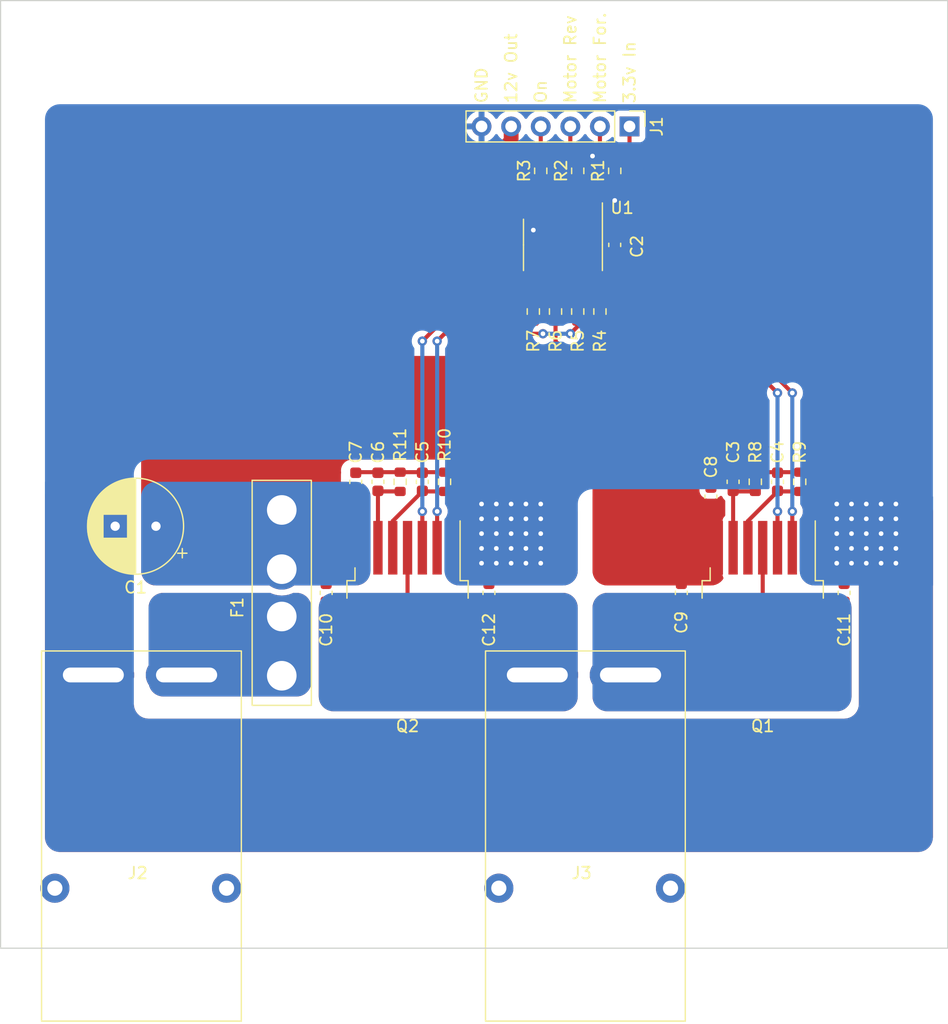
<source format=kicad_pcb>
(kicad_pcb (version 20211014) (generator pcbnew)
  (layers (0 "F.Cu" signal) (31 "B.Cu" signal) (34 "B.Paste" user) (35 "F.Paste" user) (36 "B.SilkS" user "B.Silkscreen") (37 "F.SilkS" user "F.Silkscreen") (38 "B.Mask" user) (39 "F.Mask" user) (44 "Edge.Cuts" user))
  (net 0 "")
  (net 1 "+12V")
  (net 2 "GND")
  (net 3 "+3.3V")
  (net 4 "12V_UNFUSED")
  (net 5 "BACKWARD_MOTOR")
  (net 6 "FOREWARD_MOTOR")
  (net 7 "ON")
  (net 8 "MOTOR_A")
  (net 9 "MOTOR_B")
  (net 10 "IN_A")
  (net 11 "INH_A")
  (net 12 "IN_B")
  (net 13 "INH_B")
  (net 22 "Net-(R4-Pad2)")
  (net 23 "Net-(R5-Pad2)")
  (net 24 "Net-(R6-Pad2)")
  (net 25 "Net-(R7-Pad2)")
  (net 26 "Net-(C3-Pad1)")
  (net 27 "Net-(C4-Pad1)")
  (net 28 "Net-(C5-Pad1)")
  (net 29 "Net-(C6-Pad1)")
  (footprint "Capacitor_SMD:C_0603_1608Metric" (layer "F.Cu") (at 125.73 85.09 90)
    (fp_text reference "C11" (at -3.175 0 90) (layer "F.SilkS"))
    (fp_text value "220nF")
    (pad "1" smd roundrect (at -0.775 0 90) (size 0.9 0.95) (layers "F.Cu" "F.Paste" "F.Mask") (net 8 "MOTOR_A"))
    (pad "2" smd roundrect (at 0.775 0 90) (size 0.9 0.95) (layers "F.Cu" "F.Paste" "F.Mask") (net 2 "GND"))
  )
  (footprint "Resistor_SMD:R_0603_1608Metric" (layer "F.Cu") (at 102.87 48.895 90)
    (fp_text reference "R2" (at 0 -1.43 90) (layer "F.SilkS"))
    (fp_text value "1k")
    (pad "1" smd roundrect (at -0.825 0 90) (size 0.8 0.95) (layers "F.Cu" "F.Paste" "F.Mask") (net 2 "GND"))
    (pad "2" smd roundrect (at 0.825 0 90) (size 0.8 0.95) (layers "F.Cu" "F.Paste" "F.Mask") (net 5 "BACKWARD_MOTOR"))
  )
  (footprint "Resistor_SMD:R_0603_1608Metric" (layer "F.Cu") (at 99.06 60.96 90)
    (fp_text reference "R7" (at -2.54 0 90) (layer "F.SilkS"))
    (fp_text value "10k")
    (pad "1" smd roundrect (at -0.825 0 90) (size 0.8 0.95) (layers "F.Cu" "F.Paste" "F.Mask") (net 13 "INH_B"))
    (pad "2" smd roundrect (at 0.825 0 90) (size 0.8 0.95) (layers "F.Cu" "F.Paste" "F.Mask") (net 25 "Net-(R7-Pad2)"))
  )
  (footprint "Connector_PinHeader_2.54mm:PinHeader_1x06_P2.54mm_Vertical" (layer "F.Cu") (at 107.315 45.085 -90)
    (fp_text reference "J1" (at 0 -2.33 90) (layer "F.SilkS"))
    (fp_text value "Conn_01x06_Male")
    (pad "1" thru_hole rect (at 0 0 270) (size 1.7 1.7) (drill 1) (layers *.Cu *.Mask) (net 3 "+3.3V"))
    (pad "2" thru_hole oval (at 0 2.54 270) (size 1.7 1.7) (drill 1) (layers *.Cu *.Mask) (net 6 "FOREWARD_MOTOR"))
    (pad "3" thru_hole oval (at 0 5.08 270) (size 1.7 1.7) (drill 1) (layers *.Cu *.Mask) (net 5 "BACKWARD_MOTOR"))
    (pad "4" thru_hole oval (at 0 7.62 270) (size 1.7 1.7) (drill 1) (layers *.Cu *.Mask) (net 7 "ON"))
    (pad "5" thru_hole oval (at 0 10.16 270) (size 1.7 1.7) (drill 1) (layers *.Cu *.Mask) (net 1 "+12V"))
    (pad "6" thru_hole oval (at 0 12.7 270) (size 1.7 1.7) (drill 1) (layers *.Cu *.Mask) (net 2 "GND"))
  )
  (footprint "Capacitor_SMD:C_0603_1608Metric" (layer "F.Cu") (at 111.76 85.09 -90)
    (fp_text reference "C9" (at 2.54 0 -90) (layer "F.SilkS"))
    (fp_text value "220nF")
    (pad "1" smd roundrect (at -0.775 0 270) (size 0.9 0.95) (layers "F.Cu" "F.Paste" "F.Mask") (net 1 "+12V"))
    (pad "2" smd roundrect (at 0.775 0 270) (size 0.9 0.95) (layers "F.Cu" "F.Paste" "F.Mask") (net 8 "MOTOR_A"))
  )
  (footprint "Package_TO_SOT_SMD:TO-263-7_TabPin8" (layer "F.Cu") (at 88.265 86.995 -90)
    (fp_text reference "Q2" (at 9.525 0 180) (layer "F.SilkS"))
    (fp_text value "BTN8962TA")
    (pad "1" smd rect (at -5.775 -3.81 270) (size 4.6 0.8) (layers "F.Cu" "F.Paste" "F.Mask") (net 2 "GND"))
    (pad "2" smd rect (at -5.775 -2.54 270) (size 4.6 0.8) (layers "F.Cu" "F.Paste" "F.Mask") (net 12 "IN_B"))
    (pad "3" smd rect (at -5.775 -1.27 270) (size 4.6 0.8) (layers "F.Cu" "F.Paste" "F.Mask") (net 13 "INH_B"))
    (pad "4" smd rect (at -5.775 0 270) (size 4.6 0.8) (layers "F.Cu" "F.Paste" "F.Mask") (net 9 "MOTOR_B"))
    (pad "5" smd rect (at -5.775 1.27 270) (size 4.6 0.8) (layers "F.Cu" "F.Paste" "F.Mask") (net 28 "Net-(C5-Pad1)"))
    (pad "6" smd rect (at -5.775 2.54 270) (size 4.6 0.8) (layers "F.Cu" "F.Paste" "F.Mask") (net 29 "Net-(C6-Pad1)"))
    (pad "7" smd rect (at -5.775 3.81 270) (size 4.6 0.8) (layers "F.Cu" "F.Paste" "F.Mask") (net 1 "+12V"))
    (pad "8" smd rect (at 3.375 0 270) (size 9.4 10.8) (layers "F.Cu" "F.Mask") (net 9 "MOTOR_B"))
  )
  (footprint "Capacitor_SMD:C_0603_1608Metric" (layer "F.Cu") (at 116.205 75.565 90)
    (fp_text reference "C3" (at 2.54 0 90) (layer "F.SilkS"))
    (fp_text value "1nF")
    (pad "1" smd roundrect (at -0.775 0 90) (size 0.9 0.95) (layers "F.Cu" "F.Paste" "F.Mask") (net 26 "Net-(C3-Pad1)"))
    (pad "2" smd roundrect (at 0.775 0 90) (size 0.9 0.95) (layers "F.Cu" "F.Paste" "F.Mask") (net 2 "GND"))
  )
  (footprint "01-rickbassham:PP45-SHORT" (layer "F.Cu") (at 72.731 121.825 180)
    (fp_text reference "J2" (at 7.62 12.7 unlocked) (layer "F.SilkS"))
    (fp_text value "PP45-OFFSET")
    (pad "" thru_hole circle (at 14.732 11.402 180) (size 2.5 2.5) (drill 1.3) (layers *.Cu *.Mask))
    (pad "" thru_hole circle (at 0 11.402 180) (size 2.5 2.5) (drill 1.3) (layers *.Cu *.Mask))
    (pad "1" thru_hole oval (at 3.429 29.69 180) (size 7 3) (drill oval 5.25 1.27) (layers *.Cu *.Mask) (net 4 "12V_UNFUSED"))
    (pad "2" thru_hole oval (at 11.43 29.69 180) (size 7 3) (drill oval 5.23 1.27) (layers *.Cu *.Mask) (net 2 "GND"))
  )
  (footprint "Resistor_SMD:R_0603_1608Metric" (layer "F.Cu") (at 87.63 75.565 90)
    (fp_text reference "R11" (at 3.175 0 90) (layer "F.SilkS"))
    (fp_text value "1k")
    (pad "1" smd roundrect (at -0.825 0 90) (size 0.8 0.95) (layers "F.Cu" "F.Paste" "F.Mask") (net 29 "Net-(C6-Pad1)"))
    (pad "2" smd roundrect (at 0.825 0 90) (size 0.8 0.95) (layers "F.Cu" "F.Paste" "F.Mask") (net 2 "GND"))
  )
  (footprint "Capacitor_SMD:C_0603_1608Metric" (layer "F.Cu") (at 120.015 75.565 90)
    (fp_text reference "C4" (at 2.54 0 90) (layer "F.SilkS"))
    (fp_text value "100nF")
    (pad "1" smd roundrect (at -0.775 0 90) (size 0.9 0.95) (layers "F.Cu" "F.Paste" "F.Mask") (net 27 "Net-(C4-Pad1)"))
    (pad "2" smd roundrect (at 0.775 0 90) (size 0.9 0.95) (layers "F.Cu" "F.Paste" "F.Mask") (net 2 "GND"))
  )
  (footprint "Resistor_SMD:R_0603_1608Metric" (layer "F.Cu") (at 121.92 75.565 90)
    (fp_text reference "R9" (at 2.54 0 90) (layer "F.SilkS"))
    (fp_text value "0.51k")
    (pad "1" smd roundrect (at -0.825 0 90) (size 0.8 0.95) (layers "F.Cu" "F.Paste" "F.Mask") (net 27 "Net-(C4-Pad1)"))
    (pad "2" smd roundrect (at 0.825 0 90) (size 0.8 0.95) (layers "F.Cu" "F.Paste" "F.Mask") (net 2 "GND"))
  )
  (footprint "Capacitor_SMD:C_0603_1608Metric" (layer "F.Cu") (at 95.25 85.09 90)
    (fp_text reference "C12" (at -3.175 0 90) (layer "F.SilkS"))
    (fp_text value "220nF")
    (pad "1" smd roundrect (at -0.775 0 90) (size 0.9 0.95) (layers "F.Cu" "F.Paste" "F.Mask") (net 9 "MOTOR_B"))
    (pad "2" smd roundrect (at 0.775 0 90) (size 0.9 0.95) (layers "F.Cu" "F.Paste" "F.Mask") (net 2 "GND"))
  )
  (footprint "Resistor_SMD:R_0603_1608Metric" (layer "F.Cu") (at 104.775 60.96 90)
    (fp_text reference "R4" (at -2.54 0 90) (layer "F.SilkS"))
    (fp_text value "10k")
    (pad "1" smd roundrect (at -0.825 0 90) (size 0.8 0.95) (layers "F.Cu" "F.Paste" "F.Mask") (net 10 "IN_A"))
    (pad "2" smd roundrect (at 0.825 0 90) (size 0.8 0.95) (layers "F.Cu" "F.Paste" "F.Mask") (net 22 "Net-(R4-Pad2)"))
  )
  (footprint "Capacitor_SMD:C_0603_1608Metric" (layer "F.Cu") (at 89.535 75.565 90)
    (fp_text reference "C5" (at 2.54 0 90) (layer "F.SilkS"))
    (fp_text value "100nF")
    (pad "1" smd roundrect (at -0.775 0 90) (size 0.9 0.95) (layers "F.Cu" "F.Paste" "F.Mask") (net 28 "Net-(C5-Pad1)"))
    (pad "2" smd roundrect (at 0.775 0 90) (size 0.9 0.95) (layers "F.Cu" "F.Paste" "F.Mask") (net 2 "GND"))
  )
  (footprint "Capacitor_THT:CP_Radial_D8.0mm_P3.50mm" (layer "F.Cu") (at 66.675 79.375 180)
    (fp_text reference "C1" (at 1.75 -5.25) (layer "F.SilkS"))
    (fp_text value "470uF")
    (pad "1" thru_hole rect (at 0 0 180) (size 1.6 1.6) (drill 0.8) (layers *.Cu *.Mask) (net 1 "+12V"))
    (pad "2" thru_hole circle (at 3.5 0 180) (size 1.6 1.6) (drill 0.8) (layers *.Cu *.Mask) (net 2 "GND"))
  )
  (footprint "Package_TO_SOT_SMD:TO-263-7_TabPin8" (layer "F.Cu") (at 118.745 86.995 -90)
    (fp_text reference "Q1" (at 9.525 0 180) (layer "F.SilkS"))
    (fp_text value "BTN8962TA")
    (pad "1" smd rect (at -5.775 -3.81 270) (size 4.6 0.8) (layers "F.Cu" "F.Paste" "F.Mask") (net 2 "GND"))
    (pad "2" smd rect (at -5.775 -2.54 270) (size 4.6 0.8) (layers "F.Cu" "F.Paste" "F.Mask") (net 10 "IN_A"))
    (pad "3" smd rect (at -5.775 -1.27 270) (size 4.6 0.8) (layers "F.Cu" "F.Paste" "F.Mask") (net 11 "INH_A"))
    (pad "4" smd rect (at -5.775 0 270) (size 4.6 0.8) (layers "F.Cu" "F.Paste" "F.Mask") (net 8 "MOTOR_A"))
    (pad "5" smd rect (at -5.775 1.27 270) (size 4.6 0.8) (layers "F.Cu" "F.Paste" "F.Mask") (net 27 "Net-(C4-Pad1)"))
    (pad "6" smd rect (at -5.775 2.54 270) (size 4.6 0.8) (layers "F.Cu" "F.Paste" "F.Mask") (net 26 "Net-(C3-Pad1)"))
    (pad "7" smd rect (at -5.775 3.81 270) (size 4.6 0.8) (layers "F.Cu" "F.Paste" "F.Mask") (net 1 "+12V"))
    (pad "8" smd rect (at 3.375 0 270) (size 9.4 10.8) (layers "F.Cu" "F.Mask") (net 8 "MOTOR_A"))
  )
  (footprint "Capacitor_SMD:C_0603_1608Metric" (layer "F.Cu") (at 81.28 85.09 -90)
    (fp_text reference "C10" (at 3.175 0 -90) (layer "F.SilkS"))
    (fp_text value "220nF")
    (pad "1" smd roundrect (at -0.775 0 270) (size 0.9 0.95) (layers "F.Cu" "F.Paste" "F.Mask") (net 1 "+12V"))
    (pad "2" smd roundrect (at 0.775 0 270) (size 0.9 0.95) (layers "F.Cu" "F.Paste" "F.Mask") (net 9 "MOTOR_B"))
  )
  (footprint "Package_SO:TSSOP-20_4.4x6.5mm_P0.65mm" (layer "F.Cu") (at 101.6 55.245 -90)
    (fp_text reference "U1" (at -3.175 -5.08 180) (layer "F.SilkS"))
    (fp_text value "SN74AHC244PWR")
    (pad "1" smd roundrect (at -2.8625 -2.925 270) (size 1.475 0.4) (layers "F.Cu" "F.Paste" "F.Mask") (net 2 "GND"))
    (pad "2" smd roundrect (at -2.8625 -2.275 270) (size 1.475 0.4) (layers "F.Cu" "F.Paste" "F.Mask") (net 6 "FOREWARD_MOTOR"))
    (pad "3" smd roundrect (at -2.8625 -1.625 270) (size 1.475 0.4) (layers "F.Cu" "F.Paste" "F.Mask"))
    (pad "4" smd roundrect (at -2.8625 -0.975 270) (size 1.475 0.4) (layers "F.Cu" "F.Paste" "F.Mask") (net 5 "BACKWARD_MOTOR"))
    (pad "5" smd roundrect (at -2.8625 -0.325 270) (size 1.475 0.4) (layers "F.Cu" "F.Paste" "F.Mask"))
    (pad "6" smd roundrect (at -2.8625 0.325 270) (size 1.475 0.4) (layers "F.Cu" "F.Paste" "F.Mask") (net 7 "ON"))
    (pad "7" smd roundrect (at -2.8625 0.975 270) (size 1.475 0.4) (layers "F.Cu" "F.Paste" "F.Mask"))
    (pad "8" smd roundrect (at -2.8625 1.625 270) (size 1.475 0.4) (layers "F.Cu" "F.Paste" "F.Mask") (net 7 "ON"))
    (pad "9" smd roundrect (at -2.8625 2.275 270) (size 1.475 0.4) (layers "F.Cu" "F.Paste" "F.Mask"))
    (pad "10" smd roundrect (at -2.8625 2.925 270) (size 1.475 0.4) (layers "F.Cu" "F.Paste" "F.Mask") (net 2 "GND"))
    (pad "11" smd roundrect (at 2.8625 2.925 270) (size 1.475 0.4) (layers "F.Cu" "F.Paste" "F.Mask"))
    (pad "12" smd roundrect (at 2.8625 2.275 270) (size 1.475 0.4) (layers "F.Cu" "F.Paste" "F.Mask") (net 25 "Net-(R7-Pad2)"))
    (pad "13" smd roundrect (at 2.8625 1.625 270) (size 1.475 0.4) (layers "F.Cu" "F.Paste" "F.Mask"))
    (pad "14" smd roundrect (at 2.8625 0.975 270) (size 1.475 0.4) (layers "F.Cu" "F.Paste" "F.Mask") (net 24 "Net-(R6-Pad2)"))
    (pad "15" smd roundrect (at 2.8625 0.325 270) (size 1.475 0.4) (layers "F.Cu" "F.Paste" "F.Mask"))
    (pad "16" smd roundrect (at 2.8625 -0.325 270) (size 1.475 0.4) (layers "F.Cu" "F.Paste" "F.Mask") (net 23 "Net-(R5-Pad2)"))
    (pad "17" smd roundrect (at 2.8625 -0.975 270) (size 1.475 0.4) (layers "F.Cu" "F.Paste" "F.Mask"))
    (pad "18" smd roundrect (at 2.8625 -1.625 270) (size 1.475 0.4) (layers "F.Cu" "F.Paste" "F.Mask") (net 22 "Net-(R4-Pad2)"))
    (pad "19" smd roundrect (at 2.8625 -2.275 270) (size 1.475 0.4) (layers "F.Cu" "F.Paste" "F.Mask") (net 2 "GND"))
    (pad "20" smd roundrect (at 2.8625 -2.925 270) (size 1.475 0.4) (layers "F.Cu" "F.Paste" "F.Mask") (net 3 "+3.3V"))
  )
  (footprint "Resistor_SMD:R_0603_1608Metric" (layer "F.Cu") (at 118.11 75.565 90)
    (fp_text reference "R8" (at 2.54 0 90) (layer "F.SilkS"))
    (fp_text value "1k")
    (pad "1" smd roundrect (at -0.825 0 90) (size 0.8 0.95) (layers "F.Cu" "F.Paste" "F.Mask") (net 26 "Net-(C3-Pad1)"))
    (pad "2" smd roundrect (at 0.825 0 90) (size 0.8 0.95) (layers "F.Cu" "F.Paste" "F.Mask") (net 2 "GND"))
  )
  (footprint "Capacitor_SMD:C_0603_1608Metric" (layer "F.Cu") (at 106.045 55.245 90)
    (fp_text reference "C2" (at -0.14058 1.905 90) (layer "F.SilkS"))
    (fp_text value "100pF")
    (pad "1" smd roundrect (at -0.775 0 90) (size 0.9 0.95) (layers "F.Cu" "F.Paste" "F.Mask") (net 3 "+3.3V"))
    (pad "2" smd roundrect (at 0.775 0 90) (size 0.9 0.95) (layers "F.Cu" "F.Paste" "F.Mask") (net 2 "GND"))
  )
  (footprint "Capacitor_SMD:C_0603_1608Metric" (layer "F.Cu") (at 85.725 75.565 90)
    (fp_text reference "C6" (at 2.54 0 90) (layer "F.SilkS"))
    (fp_text value "1nF")
    (pad "1" smd roundrect (at -0.775 0 90) (size 0.9 0.95) (layers "F.Cu" "F.Paste" "F.Mask") (net 29 "Net-(C6-Pad1)"))
    (pad "2" smd roundrect (at 0.775 0 90) (size 0.9 0.95) (layers "F.Cu" "F.Paste" "F.Mask") (net 2 "GND"))
  )
  (footprint "Resistor_SMD:R_0603_1608Metric" (layer "F.Cu") (at 106.045 48.895 90)
    (fp_text reference "R1" (at 0 -1.43 90) (layer "F.SilkS"))
    (fp_text value "1k")
    (pad "1" smd roundrect (at -0.825 0 90) (size 0.8 0.95) (layers "F.Cu" "F.Paste" "F.Mask") (net 2 "GND"))
    (pad "2" smd roundrect (at 0.825 0 90) (size 0.8 0.95) (layers "F.Cu" "F.Paste" "F.Mask") (net 6 "FOREWARD_MOTOR"))
  )
  (footprint "01-rickbassham:Keystone 3522-2 Fuse Holder" (layer "F.Cu") (at 77.47 83.06 90)
    (fp_text reference "F1" (at -3.3 -3.81 90 unlocked) (layer "F.SilkS"))
    (fp_text value "Fuse")
    (pad "1" thru_hole circle (at -4.06 0 90) (size 3.5 3.5) (drill 2.54) (layers *.Cu *.Mask) (net 4 "12V_UNFUSED"))
    (pad "1" thru_hole circle (at -9.14 0 90) (size 3.5 3.5) (drill 2.54) (layers *.Cu *.Mask) (net 4 "12V_UNFUSED"))
    (pad "2" thru_hole circle (at 5.08 0 90) (size 3.5 3.5) (drill 2.54) (layers *.Cu *.Mask) (net 1 "+12V"))
    (pad "2" thru_hole circle (at 0 0 90) (size 3.5 3.5) (drill 2.54) (layers *.Cu *.Mask) (net 1 "+12V"))
  )
  (footprint "Capacitor_SMD:C_0603_1608Metric" (layer "F.Cu") (at 83.82 75.565 90)
    (fp_text reference "C7" (at 2.54 0 90) (layer "F.SilkS"))
    (fp_text value "100nF")
    (pad "1" smd roundrect (at -0.775 0 90) (size 0.9 0.95) (layers "F.Cu" "F.Paste" "F.Mask") (net 1 "+12V"))
    (pad "2" smd roundrect (at 0.775 0 90) (size 0.9 0.95) (layers "F.Cu" "F.Paste" "F.Mask") (net 2 "GND"))
  )
  (footprint "Resistor_SMD:R_0603_1608Metric" (layer "F.Cu") (at 91.44 75.565 90)
    (fp_text reference "R10" (at 3.175 0 90) (layer "F.SilkS"))
    (fp_text value "0.51k")
    (pad "1" smd roundrect (at -0.825 0 90) (size 0.8 0.95) (layers "F.Cu" "F.Paste" "F.Mask") (net 28 "Net-(C5-Pad1)"))
    (pad "2" smd roundrect (at 0.825 0 90) (size 0.8 0.95) (layers "F.Cu" "F.Paste" "F.Mask") (net 2 "GND"))
  )
  (footprint "Resistor_SMD:R_0603_1608Metric" (layer "F.Cu") (at 100.965 60.96 90)
    (fp_text reference "R6" (at -2.54 0 90) (layer "F.SilkS"))
    (fp_text value "10k")
    (pad "1" smd roundrect (at -0.825 0 90) (size 0.8 0.95) (layers "F.Cu" "F.Paste" "F.Mask") (net 11 "INH_A"))
    (pad "2" smd roundrect (at 0.825 0 90) (size 0.8 0.95) (layers "F.Cu" "F.Paste" "F.Mask") (net 24 "Net-(R6-Pad2)"))
  )
  (footprint "01-rickbassham:PP45-SHORT" (layer "F.Cu") (at 110.831 121.825 180)
    (fp_text reference "J3" (at 7.62 12.7 unlocked) (layer "F.SilkS"))
    (fp_text value "PP45-OFFSET")
    (pad "" thru_hole circle (at 0 11.402 180) (size 2.5 2.5) (drill 1.3) (layers *.Cu *.Mask))
    (pad "" thru_hole circle (at 14.732 11.402 180) (size 2.5 2.5) (drill 1.3) (layers *.Cu *.Mask))
    (pad "1" thru_hole oval (at 3.429 29.69 180) (size 7 3) (drill oval 5.25 1.27) (layers *.Cu *.Mask) (net 8 "MOTOR_A"))
    (pad "2" thru_hole oval (at 11.43 29.69 180) (size 7 3) (drill oval 5.23 1.27) (layers *.Cu *.Mask) (net 9 "MOTOR_B"))
  )
  (footprint "Capacitor_SMD:C_0603_1608Metric" (layer "F.Cu") (at 114.3 76.835 90)
    (fp_text reference "C8" (at 2.54 0 90) (layer "F.SilkS"))
    (fp_text value "100nF")
    (pad "1" smd roundrect (at -0.775 0 90) (size 0.9 0.95) (layers "F.Cu" "F.Paste" "F.Mask") (net 1 "+12V"))
    (pad "2" smd roundrect (at 0.775 0 90) (size 0.9 0.95) (layers "F.Cu" "F.Paste" "F.Mask") (net 2 "GND"))
  )
  (footprint "Resistor_SMD:R_0603_1608Metric" (layer "F.Cu") (at 99.695 48.895 90)
    (fp_text reference "R3" (at 0 -1.43 90) (layer "F.SilkS"))
    (fp_text value "1k")
    (pad "1" smd roundrect (at -0.825 0 90) (size 0.8 0.95) (layers "F.Cu" "F.Paste" "F.Mask") (net 2 "GND"))
    (pad "2" smd roundrect (at 0.825 0 90) (size 0.8 0.95) (layers "F.Cu" "F.Paste" "F.Mask") (net 7 "ON"))
  )
  (footprint "Resistor_SMD:R_0603_1608Metric" (layer "F.Cu") (at 102.87 60.96 90)
    (fp_text reference "R5" (at -2.54 0 90) (layer "F.SilkS"))
    (fp_text value "10k")
    (pad "1" smd roundrect (at -0.825 0 90) (size 0.8 0.95) (layers "F.Cu" "F.Paste" "F.Mask") (net 12 "IN_B"))
    (pad "2" smd roundrect (at 0.825 0 90) (size 0.8 0.95) (layers "F.Cu" "F.Paste" "F.Mask") (net 23 "Net-(R5-Pad2)"))
  )
  (gr_rect (start 53.34 34.29) (end 134.62 115.57) (layer "Edge.Cuts") (width 0.1) (fill none))
  (gr_text "Motor Rev" (at 102.235 43.18 90) (layer "F.SilkS") (effects (font (size 1 1)) (justify left)))
  (gr_text "GND" (at 94.615 43.18 90) (layer "F.SilkS") (effects (font (size 1 1)) (justify left)))
  (gr_text "On" (at 99.695 43.18 90) (layer "F.SilkS") (effects (font (size 1 1)) (justify left)))
  (gr_text "3.3v In" (at 107.315 43.18 90) (layer "F.SilkS") (effects (font (size 1 1)) (justify left)))
  (gr_text "12v Out" (at 97.155 43.18 90) (layer "F.SilkS") (effects (font (size 1 1)) (justify left)))
  (gr_text "Motor For." (at 104.775 43.18 90) (layer "F.SilkS") (effects (font (size 1 1)) (justify left)))
  (segment (start 97.155 46.355) (end 97.155 45.085) (width 1.27) (layer "F.Cu") (net 1))
  (segment (start 66.675 76.835) (end 97.155 46.355) (width 1.27) (layer "F.Cu") (net 1))
  (segment (start 66.675 79.375) (end 66.675 76.835) (width 1.27) (layer "F.Cu") (net 1))
  (segment (start 106.045 49.72) (end 106.045 51.435) (width 0.35) (layer "F.Cu") (net 2))
  (segment (start 104.525 52.3825) (end 104.525 52.95) (width 0.35) (layer "F.Cu") (net 2))
  (segment (start 85.725 74.74) (end 83.82 74.74) (width 0.35) (layer "F.Cu") (net 2))
  (segment (start 104.14 47.625) (end 104.14 48.45) (width 0.35) (layer "F.Cu") (net 2))
  (segment (start 98.675 52.3825) (end 98.675 53.59) (width 0.35) (layer "F.Cu") (net 2))
  (segment (start 116.205 74.74) (end 115.57 74.74) (width 0.35) (layer "F.Cu") (net 2))
  (segment (start 92.28952 75.58952) (end 92.28952 81.00548) (width 0.35) (layer "F.Cu") (net 2))
  (segment (start 98.675 52.3825) (end 98.675 50.74) (width 0.35) (layer "F.Cu") (net 2))
  (segment (start 98.675 50.74) (end 99.695 49.72) (width 0.35) (layer "F.Cu") (net 2))
  (segment (start 104.525 52.95) (end 106.045 54.47) (width 0.35) (layer "F.Cu") (net 2))
  (segment (start 121.92 74.74) (end 122.76952 75.58952) (width 0.35) (layer "F.Cu") (net 2))
  (segment (start 98.675 53.59) (end 99.06 53.975) (width 0.35) (layer "F.Cu") (net 2))
  (segment (start 92.28952 81.00548) (end 92.075 81.22) (width 0.35) (layer "F.Cu") (net 2))
  (segment (start 91.44 74.74) (end 92.28952 75.58952) (width 0.35) (layer "F.Cu") (net 2))
  (segment (start 122.76952 81.00548) (end 122.555 81.22) (width 0.35) (layer "F.Cu") (net 2))
  (segment (start 104.14 48.45) (end 102.87 49.72) (width 0.35) (layer "F.Cu") (net 2))
  (segment (start 115.57 74.74) (end 114.3 76.01) (width 0.35) (layer "F.Cu") (net 2))
  (segment (start 91.44 74.74) (end 89.535 74.74) (width 0.35) (layer "F.Cu") (net 2))
  (segment (start 120.015 74.74) (end 118.11 74.74) (width 0.35) (layer "F.Cu") (net 2))
  (segment (start 87.63 74.74) (end 85.725 74.74) (width 0.35) (layer "F.Cu") (net 2))
  (segment (start 122.76952 75.58952) (end 122.76952 81.00548) (width 0.35) (layer "F.Cu") (net 2))
  (segment (start 106.045 51.435) (end 105.4725 51.435) (width 0.35) (layer "F.Cu") (net 2))
  (segment (start 121.92 74.74) (end 120.015 74.74) (width 0.35) (layer "F.Cu") (net 2))
  (segment (start 103.875 58.1075) (end 103.875 56.64) (width 0.35) (layer "F.Cu") (net 2))
  (segment (start 89.535 74.74) (end 87.63 74.74) (width 0.35) (layer "F.Cu") (net 2))
  (segment (start 103.875 56.64) (end 106.045 54.47) (width 0.35) (layer "F.Cu") (net 2))
  (segment (start 118.11 74.74) (end 116.205 74.74) (width 0.35) (layer "F.Cu") (net 2))
  (segment (start 105.4725 51.435) (end 104.525 52.3825) (width 0.35) (layer "F.Cu") (net 2))
  (via (at 95.885 77.47) (size 0.8) (drill 0.4) (layers "F.Cu" "B.Cu") (net 2))
  (via (at 125.095 82.55) (size 0.8) (drill 0.4) (layers "F.Cu" "B.Cu") (net 2))
  (via (at 125.095 78.74) (size 0.8) (drill 0.4) (layers "F.Cu" "B.Cu") (net 2))
  (via (at 127.635 77.47) (size 0.8) (drill 0.4) (layers "F.Cu" "B.Cu") (net 2))
  (via (at 99.695 77.47) (size 0.8) (drill 0.4) (layers "F.Cu" "B.Cu") (net 2))
  (via (at 98.425 77.47) (size 0.8) (drill 0.4) (layers "F.Cu" "B.Cu") (net 2))
  (via (at 130.175 80.01) (size 0.8) (drill 0.4) (layers "F.Cu" "B.Cu") (net 2))
  (via (at 126.365 82.55) (size 0.8) (drill 0.4) (layers "F.Cu" "B.Cu") (net 2))
  (via (at 130.175 77.47) (size 0.8) (drill 0.4) (layers "F.Cu" "B.Cu") (net 2))
  (via (at 125.095 77.47) (size 0.8) (drill 0.4) (layers "F.Cu" "B.Cu") (net 2))
  (via (at 126.365 77.47) (size 0.8) (drill 0.4) (layers "F.Cu" "B.Cu") (net 2))
  (via (at 130.175 82.55) (size 0.8) (drill 0.4) (layers "F.Cu" "B.Cu") (net 2))
  (via (at 99.695 78.74) (size 0.8) (drill 0.4) (layers "F.Cu" "B.Cu") (net 2))
  (via (at 127.635 82.55) (size 0.8) (drill 0.4) (layers "F.Cu" "B.Cu") (net 2))
  (via (at 126.365 80.01) (size 0.8) (drill 0.4) (layers "F.Cu" "B.Cu") (net 2))
  (via (at 94.615 77.47) (size 0.8) (drill 0.4) (layers "F.Cu" "B.Cu") (net 2))
  (via (at 94.615 82.55) (size 0.8) (drill 0.4) (layers "F.Cu" "B.Cu") (net 2))
  (via (at 95.885 82.55) (size 0.8) (drill 0.4) (layers "F.Cu" "B.Cu") (net 2))
  (via (at 127.635 81.28) (size 0.8) (drill 0.4) (layers "F.Cu" "B.Cu") (net 2))
  (via (at 106.045 51.435) (size 0.8) (drill 0.4) (layers "F.Cu" "B.Cu") (net 2))
  (via (at 125.095 80.01) (size 0.8) (drill 0.4) (layers "F.Cu" "B.Cu") (net 2))
  (via (at 127.635 80.01) (size 0.8) (drill 0.4) (layers "F.Cu" "B.Cu") (net 2))
  (via (at 130.175 78.74) (size 0.8) (drill 0.4) (layers "F.Cu" "B.Cu") (net 2))
  (via (at 97.155 77.47) (size 0.8) (drill 0.4) (layers "F.Cu" "B.Cu") (net 2))
  (via (at 130.175 81.28) (size 0.8) (drill 0.4) (layers "F.Cu" "B.Cu") (net 2))
  (via (at 99.695 82.55) (size 0.8) (drill 0.4) (layers "F.Cu" "B.Cu") (net 2))
  (via (at 97.155 82.55) (size 0.8) (drill 0.4) (layers "F.Cu" "B.Cu") (net 2))
  (via (at 94.615 78.74) (size 0.8) (drill 0.4) (layers "F.Cu" "B.Cu") (net 2))
  (via (at 94.615 80.01) (size 0.8) (drill 0.4) (layers "F.Cu" "B.Cu") (net 2))
  (via (at 104.14 47.625) (size 0.8) (drill 0.4) (layers "F.Cu" "B.Cu") (net 2))
  (via (at 98.425 78.74) (size 0.8) (drill 0.4) (layers "F.Cu" "B.Cu") (net 2))
  (via (at 128.905 80.01) (size 0.8) (drill 0.4) (layers "F.Cu" "B.Cu") (net 2))
  (via (at 98.425 81.28) (size 0.8) (drill 0.4) (layers "F.Cu" "B.Cu") (net 2))
  (via (at 126.365 81.28) (size 0.8) (drill 0.4) (layers "F.Cu" "B.Cu") (net 2))
  (via (at 128.905 77.47) (size 0.8) (drill 0.4) (layers "F.Cu" "B.Cu") (net 2))
  (via (at 125.095 81.28) (size 0.8) (drill 0.4) (layers "F.Cu" "B.Cu") (net 2))
  (via (at 127.635 78.74) (size 0.8) (drill 0.4) (layers "F.Cu" "B.Cu") (net 2))
  (via (at 126.365 78.74) (size 0.8) (drill 0.4) (layers "F.Cu" "B.Cu") (net 2))
  (via (at 95.885 81.28) (size 0.8) (drill 0.4) (layers "F.Cu" "B.Cu") (net 2))
  (via (at 94.615 81.28) (size 0.8) (drill 0.4) (layers "F.Cu" "B.Cu") (net 2))
  (via (at 95.885 80.01) (size 0.8) (drill 0.4) (layers "F.Cu" "B.Cu") (net 2))
  (via (at 97.155 78.74) (size 0.8) (drill 0.4) (layers "F.Cu" "B.Cu") (net 2))
  (via (at 97.155 81.28) (size 0.8) (drill 0.4) (layers "F.Cu" "B.Cu") (net 2))
  (via (at 128.905 82.55) (size 0.8) (drill 0.4) (layers "F.Cu" "B.Cu") (net 2))
  (via (at 128.905 78.74) (size 0.8) (drill 0.4) (layers "F.Cu" "B.Cu") (net 2))
  (via (at 98.425 80.01) (size 0.8) (drill 0.4) (layers "F.Cu" "B.Cu") (net 2))
  (via (at 99.695 81.28) (size 0.8) (drill 0.4) (layers "F.Cu" "B.Cu") (net 2))
  (via (at 98.425 82.55) (size 0.8) (drill 0.4) (layers "F.Cu" "B.Cu") (net 2))
  (via (at 95.885 78.74) (size 0.8) (drill 0.4) (layers "F.Cu" "B.Cu") (net 2))
  (via (at 99.06 53.975) (size 0.8) (drill 0.4) (layers "F.Cu" "B.Cu") (net 2))
  (via (at 99.695 80.01) (size 0.8) (drill 0.4) (layers "F.Cu" "B.Cu") (net 2))
  (via (at 128.905 81.28) (size 0.8) (drill 0.4) (layers "F.Cu" "B.Cu") (net 2))
  (via (at 97.155 80.01) (size 0.8) (drill 0.4) (layers "F.Cu" "B.Cu") (net 2))
  (segment (start 107.315 54.75) (end 106.045 56.02) (width 0.35) (layer "F.Cu") (net 3))
  (segment (start 104.525 58.1075) (end 104.525 57.54) (width 0.35) (layer "F.Cu") (net 3))
  (segment (start 107.315 45.085) (end 107.315 54.75) (width 0.35) (layer "F.Cu") (net 3))
  (segment (start 104.525 57.54) (end 106.045 56.02) (width 0.35) (layer "F.Cu") (net 3))
  (segment (start 102.02048 48.91952) (end 102.87 48.07) (width 0.35) (layer "F.Cu") (net 5))
  (segment (start 102.575 52.3825) (end 102.575 50.712493) (width 0.35) (layer "F.Cu") (net 5))
  (segment (start 102.235 45.085) (end 102.235 47.435) (width 0.35) (layer "F.Cu") (net 5))
  (segment (start 102.02048 50.157973) (end 102.02048 48.91952) (width 0.35) (layer "F.Cu") (net 5))
  (segment (start 102.575 50.712493) (end 102.02048 50.157973) (width 0.35) (layer "F.Cu") (net 5))
  (segment (start 102.235 47.435) (end 102.87 48.07) (width 0.35) (layer "F.Cu") (net 5))
  (segment (start 104.775 45.085) (end 104.775 46.8) (width 0.35) (layer "F.Cu") (net 6))
  (segment (start 103.875 52.3825) (end 103.875 50.24) (width 0.35) (layer "F.Cu") (net 6))
  (segment (start 104.775 46.8) (end 106.045 48.07) (width 0.35) (layer "F.Cu") (net 6))
  (segment (start 103.875 50.24) (end 106.045 48.07) (width 0.35) (layer "F.Cu") (net 6))
  (segment (start 101.275 52.3825) (end 101.275 49.65) (width 0.35) (layer "F.Cu") (net 7))
  (segment (start 99.975 50.727493) (end 100.54452 50.157973) (width 0.35) (layer "F.Cu") (net 7))
  (segment (start 100.54452 50.157973) (end 100.54452 48.91952) (width 0.35) (layer "F.Cu") (net 7))
  (segment (start 99.975 52.3825) (end 99.975 50.727493) (width 0.35) (layer "F.Cu") (net 7))
  (segment (start 101.275 49.65) (end 99.695 48.07) (width 0.35) (layer "F.Cu") (net 7))
  (segment (start 100.54452 48.91952) (end 99.695 48.07) (width 0.35) (layer "F.Cu") (net 7))
  (segment (start 99.695 45.085) (end 99.695 48.07) (width 0.35) (layer "F.Cu") (net 7))
  (segment (start 118.745 81.22) (end 118.745 90.37) (width 0.35) (layer "F.Cu") (net 8))
  (segment (start 88.265 81.22) (end 88.265 90.37) (width 0.35) (layer "F.Cu") (net 9))
  (segment (start 104.775 61.785) (end 115.125 61.785) (width 0.35) (layer "F.Cu") (net 10))
  (segment (start 121.285 78.105) (end 121.285 81.22) (width 0.35) (layer "F.Cu") (net 10))
  (segment (start 115.125 61.785) (end 121.285 67.945) (width 0.35) (layer "F.Cu") (net 10))
  (via (at 121.285 67.945) (size 0.8) (drill 0.4) (layers "F.Cu" "B.Cu") (net 10))
  (via (at 121.285 78.105) (size 0.8) (drill 0.4) (layers "F.Cu" "B.Cu") (net 10))
  (segment (start 121.285 67.945) (end 121.285 78.105) (width 0.35) (layer "B.Cu") (net 10))
  (segment (start 100.965 61.785) (end 100.965 63.5) (width 0.35) (layer "F.Cu") (net 11))
  (segment (start 100.965 63.5) (end 101.6 64.135) (width 0.35) (layer "F.Cu") (net 11))
  (segment (start 101.6 64.135) (end 116.205 64.135) (width 0.35) (layer "F.Cu") (net 11))
  (segment (start 116.205 64.135) (end 120.015 67.945) (width 0.35) (layer "F.Cu") (net 11))
  (segment (start 120.015 78.105) (end 120.015 81.22) (width 0.35) (layer "F.Cu") (net 11))
  (via (at 120.015 78.105) (size 0.8) (drill 0.4) (layers "F.Cu" "B.Cu") (net 11))
  (via (at 120.015 67.945) (size 0.8) (drill 0.4) (layers "F.Cu" "B.Cu") (net 11))
  (segment (start 120.015 67.945) (end 120.015 78.105) (width 0.35) (layer "B.Cu") (net 11))
  (segment (start 99.885 62.865) (end 91.44 62.865) (width 0.35) (layer "F.Cu") (net 12))
  (segment (start 91.44 62.865) (end 90.805 63.5) (width 0.35) (layer "F.Cu") (net 12))
  (segment (start 90.805 78.105) (end 90.805 81.22) (width 0.35) (layer "F.Cu") (net 12))
  (segment (start 102.87 62.23) (end 102.235 62.865) (width 0.35) (layer "F.Cu") (net 12))
  (segment (start 102.87 61.785) (end 102.87 62.23) (width 0.35) (layer "F.Cu") (net 12))
  (via (at 102.235 62.865) (size 0.8) (drill 0.4) (layers "F.Cu" "B.Cu") (net 12))
  (via (at 90.805 78.105) (size 0.8) (drill 0.4) (layers "F.Cu" "B.Cu") (net 12))
  (via (at 90.805 63.5) (size 0.8) (drill 0.4) (layers "F.Cu" "B.Cu") (net 12))
  (via (at 99.885 62.865) (size 0.8) (drill 0.4) (layers "F.Cu" "B.Cu") (net 12))
  (segment (start 90.805 63.5) (end 90.805 78.105) (width 0.35) (layer "B.Cu") (net 12))
  (segment (start 99.885 62.865) (end 102.235 62.865) (width 0.35) (layer "B.Cu") (net 12))
  (segment (start 89.535 78.105) (end 89.535 81.22) (width 0.35) (layer "F.Cu") (net 13))
  (segment (start 99.06 61.785) (end 91.25 61.785) (width 0.35) (layer "F.Cu") (net 13))
  (segment (start 91.25 61.785) (end 89.535 63.5) (width 0.35) (layer "F.Cu") (net 13))
  (via (at 89.535 63.5) (size 0.8) (drill 0.4) (layers "F.Cu" "B.Cu") (net 13))
  (via (at 89.535 78.105) (size 0.8) (drill 0.4) (layers "F.Cu" "B.Cu") (net 13))
  (segment (start 89.535 63.5) (end 89.535 78.105) (width 0.35) (layer "B.Cu") (net 13))
  (segment (start 103.225 58.1075) (end 103.225 58.944022) (width 0.35) (layer "F.Cu") (net 22))
  (segment (start 103.225 58.944022) (end 104.415978 60.135) (width 0.35) (layer "F.Cu") (net 22))
  (segment (start 104.415978 60.135) (end 104.775 60.135) (width 0.35) (layer "F.Cu") (net 22))
  (segment (start 101.925 59.19) (end 102.87 60.135) (width 0.35) (layer "F.Cu") (net 23))
  (segment (start 101.925 58.1075) (end 101.925 59.19) (width 0.35) (layer "F.Cu") (net 23))
  (segment (start 100.625 58.1075) (end 100.625 59.795) (width 0.35) (layer "F.Cu") (net 24))
  (segment (start 100.625 59.795) (end 100.965 60.135) (width 0.35) (layer "F.Cu") (net 24))
  (segment (start 99.325 58.1075) (end 99.325 59.87) (width 0.35) (layer "F.Cu") (net 25))
  (segment (start 99.325 59.87) (end 99.06 60.135) (width 0.35) (layer "F.Cu") (net 25))
  (segment (start 118.11 76.39) (end 116.205 76.39) (width 0.35) (layer "F.Cu") (net 26))
  (segment (start 116.205 76.39) (end 116.205 81.22) (width 0.35) (layer "F.Cu") (net 26))
  (segment (start 121.92 76.39) (end 120.015 76.39) (width 0.35) (layer "F.Cu") (net 27))
  (segment (start 120.015 76.39) (end 117.475 78.93) (width 0.35) (layer "F.Cu") (net 27))
  (segment (start 117.475 78.93) (end 117.475 81.22) (width 0.35) (layer "F.Cu") (net 27))
  (segment (start 86.995 78.93) (end 86.995 81.22) (width 0.35) (layer "F.Cu") (net 28))
  (segment (start 91.44 76.39) (end 89.535 76.39) (width 0.35) (layer "F.Cu") (net 28))
  (segment (start 89.535 76.39) (end 86.995 78.93) (width 0.35) (layer "F.Cu") (net 28))
  (segment (start 87.63 76.39) (end 85.725 76.39) (width 0.35) (layer "F.Cu") (net 29))
  (segment (start 85.725 76.39) (end 85.725 81.22) (width 0.35) (layer "F.Cu") (net 29))
  (zone (net 1) (net_name "+12V") (layers F&B.Cu) (connect_pads yes (clearance 0.508)) (min_thickness 0.254) (fill yes (thermal_gap 0.508) (thermal_bridge_width 0.508) (smoothing fillet) (radius 1.27))
    (polygon (pts (xy 85.09 84.455) (xy 65.405 84.455) (xy 65.405 75.565) (xy 85.09 75.565)))
  )
  (zone (net 1) (net_name "+12V") (layers F&B.Cu) (connect_pads yes (clearance 0.508)) (min_thickness 0.254) (fill yes (thermal_gap 0.508) (thermal_bridge_width 0.508) (smoothing fillet) (radius 1.27))
    (polygon (pts (xy 115.57 84.455) (xy 104.14 84.455) (xy 104.14 76.835) (xy 115.57 76.835)))
  )
  (zone (net 2) (net_name "GND") (layers F&B.Cu) (connect_pads yes (clearance 0.508)) (min_thickness 0.254) (fill yes (thermal_gap 0.508) (thermal_bridge_width 0.508) (smoothing fillet) (radius 1.27))
    (polygon (pts (xy 64.77 93.98) (xy 57.15 93.98) (xy 57.15 75.565) (xy 64.77 75.565)))
  )
  (zone (net 1) (net_name "+12V") (layer "F.Cu") (connect_pads yes (clearance 0.508)) (min_thickness 0.254) (fill yes (thermal_gap 0.508) (thermal_bridge_width 0.508) (smoothing fillet) (radius 1.27))
    (polygon (pts (xy 115.57 84.455) (xy 104.14 84.455) (xy 104.14 73.66) (xy 82.55 73.66) (xy 82.55 84.455) (xy 65.405 84.455) (xy 65.405 64.77) (xy 115.57 64.77)))
  )
  (zone (net 2) (net_name "GND") (layers F&B.Cu) (connect_pads yes (clearance 0.508)) (min_thickness 0.254) (fill yes (thermal_gap 0.508) (thermal_bridge_width 0.508) (smoothing fillet) (radius 1.27))
    (polygon (pts (xy 133.35 84.455) (xy 121.92 84.455) (xy 121.92 76.835) (xy 133.35 76.835)))
  )
  (zone (net 4) (net_name "12V_UNFUSED") (layers F&B.Cu) (connect_pads yes (clearance 0.508)) (min_thickness 0.254) (fill yes (thermal_gap 0.508) (thermal_bridge_width 0.508) (smoothing fillet) (radius 1.27))
    (polygon (pts (xy 80.01 93.98) (xy 66.04 93.98) (xy 66.04 85.09) (xy 80.01 85.09)))
  )
  (zone (net 2) (net_name "GND") (layers F&B.Cu) (connect_pads yes (clearance 0.508)) (min_thickness 0.254) (fill yes (thermal_gap 0.508) (thermal_bridge_width 0.508) (smoothing fillet) (radius 1.27) (island_removal_mode 1) (island_area_min 0))
    (polygon (pts (xy 133.35 107.315) (xy 57.15 107.315) (xy 57.15 90.17) (xy 64.77 90.17) (xy 64.77 95.885) (xy 127 95.885) (xy 127 76.835) (xy 133.35 76.835)))
  )
  (zone (net 8) (net_name "MOTOR_A") (layers F&B.Cu) (connect_pads yes (clearance 0.508)) (min_thickness 0.254) (fill yes (thermal_gap 0.508) (thermal_bridge_width 0.508) (smoothing fillet) (radius 1.27))
    (polygon (pts (xy 126.365 95.25) (xy 104.14 95.25) (xy 104.14 85.09) (xy 126.365 85.09)))
  )
  (zone (net 9) (net_name "MOTOR_B") (layers F&B.Cu) (connect_pads yes (clearance 0.508)) (min_thickness 0.254) (fill yes (thermal_gap 0.508) (thermal_bridge_width 0.508) (smoothing fillet) (radius 1.27))
    (polygon (pts (xy 102.87 95.25) (xy 80.645 95.25) (xy 80.645 85.09) (xy 102.87 85.09)))
  )
  (zone (net 2) (net_name "GND") (layers F&B.Cu) (connect_pads yes (clearance 0.508)) (min_thickness 0.254) (fill yes (thermal_gap 0.508) (thermal_bridge_width 0.508) (smoothing fillet) (radius 1.27))
    (polygon (pts (xy 102.87 84.455) (xy 91.44 84.455) (xy 91.44 76.835) (xy 102.87 76.835)))
  )
  (zone (net 2) (net_name "GND") (layer "B.Cu") (connect_pads (clearance 0.508)) (min_thickness 0.254) (fill yes (thermal_gap 0.508) (thermal_bridge_width 0.508) (smoothing fillet) (radius 1.27))
    (polygon (pts (xy 133.35 84.455) (xy 121.92 84.455) (xy 121.92 76.2) (xy 102.87 76.2) (xy 102.87 84.455) (xy 91.44 84.455) (xy 91.44 73.66) (xy 64.77 73.66) (xy 64.77 80.645) (xy 57.15 80.645) (xy 57.15 43.18) (xy 133.35 43.18)))
  )
)
</source>
